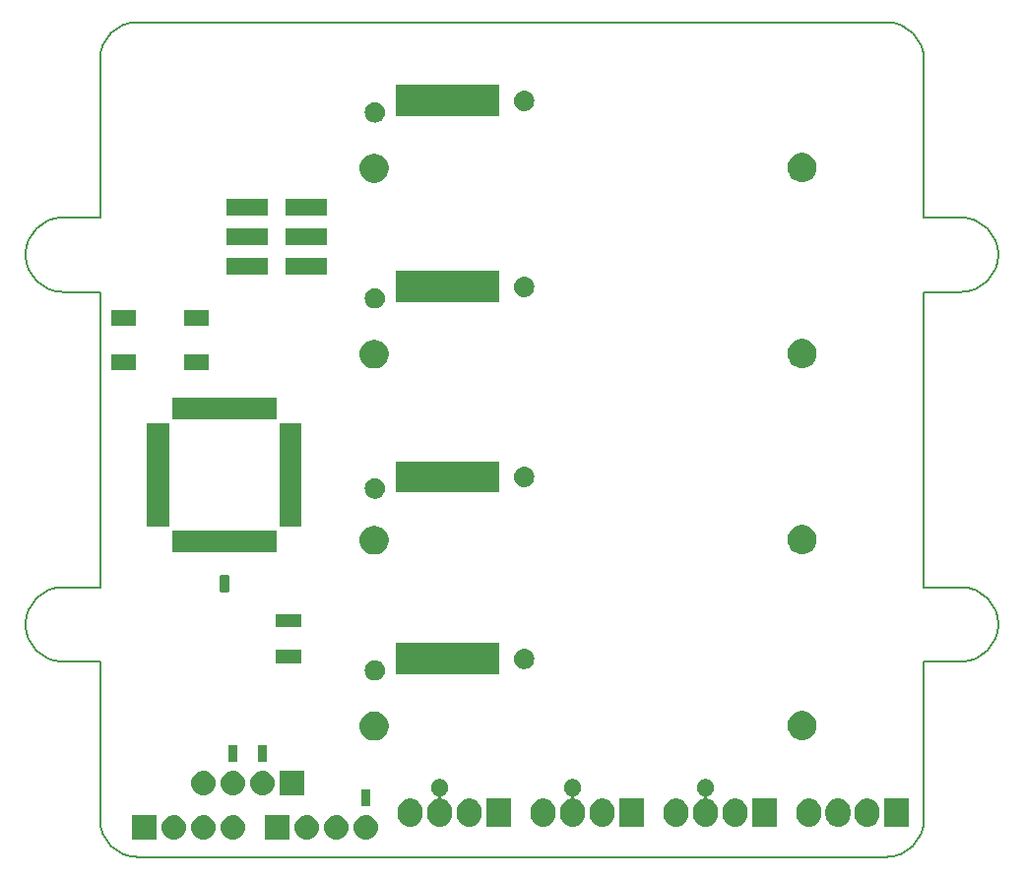
<source format=gbr>
%TF.GenerationSoftware,KiCad,Pcbnew,6.0.0-rc1-unknown-ee465fb~66~ubuntu18.04.1*%
%TF.CreationDate,2018-10-03T14:05:45-06:00*%
%TF.ProjectId,thelio-io,7468656C696F2D696F2E6B696361645F,rev?*%
%TF.SameCoordinates,Original*%
%TF.FileFunction,Soldermask,Bot*%
%TF.FilePolarity,Negative*%
%FSLAX46Y46*%
G04 Gerber Fmt 4.6, Leading zero omitted, Abs format (unit mm)*
G04 Created by KiCad (PCBNEW 6.0.0-rc1-unknown-ee465fb~66~ubuntu18.04.1) date Wed Oct  3 14:05:45 2018*
%MOMM*%
%LPD*%
G01*
G04 APERTURE LIST*
%ADD10C,0.200000*%
%ADD11C,0.150000*%
%ADD12C,0.350000*%
G04 APERTURE END LIST*
D10*
X70850000Y-55000000D02*
X74050000Y-55000000D01*
X74050000Y-48600000D02*
G75*
G02X77250000Y-51800000I0J-3200000D01*
G01*
X70850000Y-48600000D02*
X74050000Y-48600000D01*
X77250000Y-51800000D02*
G75*
G02X74050000Y-55000000I-3200000J0D01*
G01*
X74050000Y-16800000D02*
G75*
G02X77250000Y-20000000I0J-3200000D01*
G01*
X70850000Y-23200000D02*
X74050000Y-23200000D01*
X77250000Y-20000000D02*
G75*
G02X74050000Y-23200000I-3200000J0D01*
G01*
X70850000Y-16800000D02*
X74050000Y-16800000D01*
X-3200000Y-55000000D02*
G75*
G02X-6400000Y-51800000I0J3200000D01*
G01*
X0Y-48600000D02*
X-3200000Y-48600000D01*
X-6400000Y-51800000D02*
G75*
G02X-3200000Y-48600000I3200000J0D01*
G01*
X0Y-55000000D02*
X-3200000Y-55000000D01*
X0Y-16800000D02*
X-3200000Y-16800000D01*
X0Y-55000000D02*
X0Y-68600000D01*
X0Y-16800000D02*
X0Y-3200000D01*
X-3200000Y-23200000D02*
G75*
G02X-6400000Y-20000000I0J3200000D01*
G01*
X0Y-23200000D02*
X-3200000Y-23200000D01*
X-6400000Y-20000000D02*
G75*
G02X-3200000Y-16800000I3200000J0D01*
G01*
X0Y-23200000D02*
X0Y-48600000D01*
X70850000Y-48600000D02*
X70850000Y-23200000D01*
X70850000Y-55000000D02*
X70850000Y-68600000D01*
X70850000Y-16800000D02*
X70850000Y-3200000D01*
D11*
X70850000Y-68600000D02*
G75*
G02X67650000Y-71800000I-3200000J0D01*
G01*
D10*
X3200000Y-71800000D02*
G75*
G02X0Y-68600000I0J3200000D01*
G01*
X67650000Y-71800000D02*
X3200000Y-71800000D01*
X0Y-3200000D02*
G75*
G02X3200000Y0I3200000J0D01*
G01*
X67650000Y0D02*
G75*
G02X70850000Y-3200000I0J-3200000D01*
G01*
X3200000Y0D02*
X67650000Y0D01*
D12*
G36*
X11558707Y-68217596D02*
X11635836Y-68225193D01*
X11767787Y-68265220D01*
X11833763Y-68285233D01*
X12016172Y-68382733D01*
X12176054Y-68513946D01*
X12307267Y-68673828D01*
X12404767Y-68856237D01*
X12404767Y-68856238D01*
X12464807Y-69054164D01*
X12485080Y-69260000D01*
X12464807Y-69465836D01*
X12424780Y-69597787D01*
X12404767Y-69663763D01*
X12307267Y-69846172D01*
X12176054Y-70006054D01*
X12016172Y-70137267D01*
X11833763Y-70234767D01*
X11767787Y-70254780D01*
X11635836Y-70294807D01*
X11558707Y-70302404D01*
X11481580Y-70310000D01*
X11378420Y-70310000D01*
X11301293Y-70302404D01*
X11224164Y-70294807D01*
X11092213Y-70254780D01*
X11026237Y-70234767D01*
X10843828Y-70137267D01*
X10683946Y-70006054D01*
X10552733Y-69846172D01*
X10455233Y-69663763D01*
X10435220Y-69597787D01*
X10395193Y-69465836D01*
X10374920Y-69260000D01*
X10395193Y-69054164D01*
X10455233Y-68856238D01*
X10455233Y-68856237D01*
X10552733Y-68673828D01*
X10683946Y-68513946D01*
X10843828Y-68382733D01*
X11026237Y-68285233D01*
X11092213Y-68265220D01*
X11224164Y-68225193D01*
X11301293Y-68217596D01*
X11378420Y-68210000D01*
X11481580Y-68210000D01*
X11558707Y-68217596D01*
X11558707Y-68217596D01*
G37*
G36*
X20448707Y-68217596D02*
X20525836Y-68225193D01*
X20657787Y-68265220D01*
X20723763Y-68285233D01*
X20906172Y-68382733D01*
X21066054Y-68513946D01*
X21197267Y-68673828D01*
X21294767Y-68856237D01*
X21294767Y-68856238D01*
X21354807Y-69054164D01*
X21375080Y-69260000D01*
X21354807Y-69465836D01*
X21314780Y-69597787D01*
X21294767Y-69663763D01*
X21197267Y-69846172D01*
X21066054Y-70006054D01*
X20906172Y-70137267D01*
X20723763Y-70234767D01*
X20657787Y-70254780D01*
X20525836Y-70294807D01*
X20448707Y-70302404D01*
X20371580Y-70310000D01*
X20268420Y-70310000D01*
X20191293Y-70302404D01*
X20114164Y-70294807D01*
X19982213Y-70254780D01*
X19916237Y-70234767D01*
X19733828Y-70137267D01*
X19573946Y-70006054D01*
X19442733Y-69846172D01*
X19345233Y-69663763D01*
X19325220Y-69597787D01*
X19285193Y-69465836D01*
X19264920Y-69260000D01*
X19285193Y-69054164D01*
X19345233Y-68856238D01*
X19345233Y-68856237D01*
X19442733Y-68673828D01*
X19573946Y-68513946D01*
X19733828Y-68382733D01*
X19916237Y-68285233D01*
X19982213Y-68265220D01*
X20114164Y-68225193D01*
X20191293Y-68217596D01*
X20268420Y-68210000D01*
X20371580Y-68210000D01*
X20448707Y-68217596D01*
X20448707Y-68217596D01*
G37*
G36*
X17908707Y-68217596D02*
X17985836Y-68225193D01*
X18117787Y-68265220D01*
X18183763Y-68285233D01*
X18366172Y-68382733D01*
X18526054Y-68513946D01*
X18657267Y-68673828D01*
X18754767Y-68856237D01*
X18754767Y-68856238D01*
X18814807Y-69054164D01*
X18835080Y-69260000D01*
X18814807Y-69465836D01*
X18774780Y-69597787D01*
X18754767Y-69663763D01*
X18657267Y-69846172D01*
X18526054Y-70006054D01*
X18366172Y-70137267D01*
X18183763Y-70234767D01*
X18117787Y-70254780D01*
X17985836Y-70294807D01*
X17908707Y-70302404D01*
X17831580Y-70310000D01*
X17728420Y-70310000D01*
X17651293Y-70302404D01*
X17574164Y-70294807D01*
X17442213Y-70254780D01*
X17376237Y-70234767D01*
X17193828Y-70137267D01*
X17033946Y-70006054D01*
X16902733Y-69846172D01*
X16805233Y-69663763D01*
X16785220Y-69597787D01*
X16745193Y-69465836D01*
X16724920Y-69260000D01*
X16745193Y-69054164D01*
X16805233Y-68856238D01*
X16805233Y-68856237D01*
X16902733Y-68673828D01*
X17033946Y-68513946D01*
X17193828Y-68382733D01*
X17376237Y-68285233D01*
X17442213Y-68265220D01*
X17574164Y-68225193D01*
X17651293Y-68217596D01*
X17728420Y-68210000D01*
X17831580Y-68210000D01*
X17908707Y-68217596D01*
X17908707Y-68217596D01*
G37*
G36*
X16290000Y-70310000D02*
X14190000Y-70310000D01*
X14190000Y-68210000D01*
X16290000Y-68210000D01*
X16290000Y-70310000D01*
X16290000Y-70310000D01*
G37*
G36*
X4860000Y-70310000D02*
X2760000Y-70310000D01*
X2760000Y-68210000D01*
X4860000Y-68210000D01*
X4860000Y-70310000D01*
X4860000Y-70310000D01*
G37*
G36*
X9018707Y-68217596D02*
X9095836Y-68225193D01*
X9227787Y-68265220D01*
X9293763Y-68285233D01*
X9476172Y-68382733D01*
X9636054Y-68513946D01*
X9767267Y-68673828D01*
X9864767Y-68856237D01*
X9864767Y-68856238D01*
X9924807Y-69054164D01*
X9945080Y-69260000D01*
X9924807Y-69465836D01*
X9884780Y-69597787D01*
X9864767Y-69663763D01*
X9767267Y-69846172D01*
X9636054Y-70006054D01*
X9476172Y-70137267D01*
X9293763Y-70234767D01*
X9227787Y-70254780D01*
X9095836Y-70294807D01*
X9018707Y-70302404D01*
X8941580Y-70310000D01*
X8838420Y-70310000D01*
X8761293Y-70302404D01*
X8684164Y-70294807D01*
X8552213Y-70254780D01*
X8486237Y-70234767D01*
X8303828Y-70137267D01*
X8143946Y-70006054D01*
X8012733Y-69846172D01*
X7915233Y-69663763D01*
X7895220Y-69597787D01*
X7855193Y-69465836D01*
X7834920Y-69260000D01*
X7855193Y-69054164D01*
X7915233Y-68856238D01*
X7915233Y-68856237D01*
X8012733Y-68673828D01*
X8143946Y-68513946D01*
X8303828Y-68382733D01*
X8486237Y-68285233D01*
X8552213Y-68265220D01*
X8684164Y-68225193D01*
X8761293Y-68217596D01*
X8838420Y-68210000D01*
X8941580Y-68210000D01*
X9018707Y-68217596D01*
X9018707Y-68217596D01*
G37*
G36*
X22988707Y-68217596D02*
X23065836Y-68225193D01*
X23197787Y-68265220D01*
X23263763Y-68285233D01*
X23446172Y-68382733D01*
X23606054Y-68513946D01*
X23737267Y-68673828D01*
X23834767Y-68856237D01*
X23834767Y-68856238D01*
X23894807Y-69054164D01*
X23915080Y-69260000D01*
X23894807Y-69465836D01*
X23854780Y-69597787D01*
X23834767Y-69663763D01*
X23737267Y-69846172D01*
X23606054Y-70006054D01*
X23446172Y-70137267D01*
X23263763Y-70234767D01*
X23197787Y-70254780D01*
X23065836Y-70294807D01*
X22988707Y-70302404D01*
X22911580Y-70310000D01*
X22808420Y-70310000D01*
X22731293Y-70302404D01*
X22654164Y-70294807D01*
X22522213Y-70254780D01*
X22456237Y-70234767D01*
X22273828Y-70137267D01*
X22113946Y-70006054D01*
X21982733Y-69846172D01*
X21885233Y-69663763D01*
X21865220Y-69597787D01*
X21825193Y-69465836D01*
X21804920Y-69260000D01*
X21825193Y-69054164D01*
X21885233Y-68856238D01*
X21885233Y-68856237D01*
X21982733Y-68673828D01*
X22113946Y-68513946D01*
X22273828Y-68382733D01*
X22456237Y-68285233D01*
X22522213Y-68265220D01*
X22654164Y-68225193D01*
X22731293Y-68217596D01*
X22808420Y-68210000D01*
X22911580Y-68210000D01*
X22988707Y-68217596D01*
X22988707Y-68217596D01*
G37*
G36*
X6478707Y-68217596D02*
X6555836Y-68225193D01*
X6687787Y-68265220D01*
X6753763Y-68285233D01*
X6936172Y-68382733D01*
X7096054Y-68513946D01*
X7227267Y-68673828D01*
X7324767Y-68856237D01*
X7324767Y-68856238D01*
X7384807Y-69054164D01*
X7405080Y-69260000D01*
X7384807Y-69465836D01*
X7344780Y-69597787D01*
X7324767Y-69663763D01*
X7227267Y-69846172D01*
X7096054Y-70006054D01*
X6936172Y-70137267D01*
X6753763Y-70234767D01*
X6687787Y-70254780D01*
X6555836Y-70294807D01*
X6478707Y-70302404D01*
X6401580Y-70310000D01*
X6298420Y-70310000D01*
X6221293Y-70302404D01*
X6144164Y-70294807D01*
X6012213Y-70254780D01*
X5946237Y-70234767D01*
X5763828Y-70137267D01*
X5603946Y-70006054D01*
X5472733Y-69846172D01*
X5375233Y-69663763D01*
X5355220Y-69597787D01*
X5315193Y-69465836D01*
X5294920Y-69260000D01*
X5315193Y-69054164D01*
X5375233Y-68856238D01*
X5375233Y-68856237D01*
X5472733Y-68673828D01*
X5603946Y-68513946D01*
X5763828Y-68382733D01*
X5946237Y-68285233D01*
X6012213Y-68265220D01*
X6144164Y-68225193D01*
X6221293Y-68217596D01*
X6298420Y-68210000D01*
X6401580Y-68210000D01*
X6478707Y-68217596D01*
X6478707Y-68217596D01*
G37*
G36*
X49704419Y-66787026D02*
X49738777Y-66790410D01*
X49856617Y-66826157D01*
X49939529Y-66851308D01*
X50124545Y-66950200D01*
X50286712Y-67083288D01*
X50419800Y-67245455D01*
X50518692Y-67430470D01*
X50529702Y-67466765D01*
X50579590Y-67631222D01*
X50579590Y-67631224D01*
X50595000Y-67787682D01*
X50595000Y-68192317D01*
X50593258Y-68210000D01*
X50579590Y-68348777D01*
X50569289Y-68382733D01*
X50518692Y-68549529D01*
X50419800Y-68734545D01*
X50286712Y-68896712D01*
X50124545Y-69029800D01*
X49939530Y-69128692D01*
X49872612Y-69148991D01*
X49738778Y-69189590D01*
X49704420Y-69192974D01*
X49530000Y-69210153D01*
X49355581Y-69192974D01*
X49321223Y-69189590D01*
X49187389Y-69148991D01*
X49120471Y-69128692D01*
X48935456Y-69029800D01*
X48773289Y-68896712D01*
X48640200Y-68734545D01*
X48541308Y-68549530D01*
X48504769Y-68429078D01*
X48480410Y-68348778D01*
X48476558Y-68309662D01*
X48465000Y-68192318D01*
X48465000Y-67787683D01*
X48480410Y-67631225D01*
X48480410Y-67631223D01*
X48530483Y-67466157D01*
X48541308Y-67430471D01*
X48640200Y-67245455D01*
X48773288Y-67083288D01*
X48935455Y-66950200D01*
X49120470Y-66851308D01*
X49203382Y-66826157D01*
X49321222Y-66790410D01*
X49355580Y-66787026D01*
X49530000Y-66769847D01*
X49704419Y-66787026D01*
X49704419Y-66787026D01*
G37*
G36*
X61134419Y-66787026D02*
X61168777Y-66790410D01*
X61286617Y-66826157D01*
X61369529Y-66851308D01*
X61554545Y-66950200D01*
X61716712Y-67083288D01*
X61849800Y-67245455D01*
X61948692Y-67430470D01*
X61959702Y-67466765D01*
X62009590Y-67631222D01*
X62009590Y-67631224D01*
X62025000Y-67787682D01*
X62025000Y-68192317D01*
X62023258Y-68210000D01*
X62009590Y-68348777D01*
X61999289Y-68382733D01*
X61948692Y-68549529D01*
X61849800Y-68734545D01*
X61716712Y-68896712D01*
X61554545Y-69029800D01*
X61369530Y-69128692D01*
X61302612Y-69148991D01*
X61168778Y-69189590D01*
X61134420Y-69192974D01*
X60960000Y-69210153D01*
X60785581Y-69192974D01*
X60751223Y-69189590D01*
X60617389Y-69148991D01*
X60550471Y-69128692D01*
X60365456Y-69029800D01*
X60203289Y-68896712D01*
X60070200Y-68734545D01*
X59971308Y-68549530D01*
X59934769Y-68429078D01*
X59910410Y-68348778D01*
X59906558Y-68309662D01*
X59895000Y-68192318D01*
X59895000Y-67787683D01*
X59910410Y-67631225D01*
X59910410Y-67631223D01*
X59960483Y-67466157D01*
X59971308Y-67430471D01*
X60070200Y-67245455D01*
X60203288Y-67083288D01*
X60365455Y-66950200D01*
X60550470Y-66851308D01*
X60633382Y-66826157D01*
X60751222Y-66790410D01*
X60785580Y-66787026D01*
X60960000Y-66769847D01*
X61134419Y-66787026D01*
X61134419Y-66787026D01*
G37*
G36*
X66134419Y-66787026D02*
X66168777Y-66790410D01*
X66286617Y-66826157D01*
X66369529Y-66851308D01*
X66554545Y-66950200D01*
X66716712Y-67083288D01*
X66849800Y-67245455D01*
X66948692Y-67430470D01*
X66959702Y-67466765D01*
X67009590Y-67631222D01*
X67009590Y-67631224D01*
X67025000Y-67787682D01*
X67025000Y-68192317D01*
X67023258Y-68210000D01*
X67009590Y-68348777D01*
X66999289Y-68382733D01*
X66948692Y-68549529D01*
X66849800Y-68734545D01*
X66716712Y-68896712D01*
X66554545Y-69029800D01*
X66369530Y-69128692D01*
X66302612Y-69148991D01*
X66168778Y-69189590D01*
X66134420Y-69192974D01*
X65960000Y-69210153D01*
X65785581Y-69192974D01*
X65751223Y-69189590D01*
X65617389Y-69148991D01*
X65550471Y-69128692D01*
X65365456Y-69029800D01*
X65203289Y-68896712D01*
X65070200Y-68734545D01*
X64971308Y-68549530D01*
X64934769Y-68429078D01*
X64910410Y-68348778D01*
X64906558Y-68309662D01*
X64895000Y-68192318D01*
X64895000Y-67787683D01*
X64910410Y-67631225D01*
X64910410Y-67631223D01*
X64960483Y-67466157D01*
X64971308Y-67430471D01*
X65070200Y-67245455D01*
X65203288Y-67083288D01*
X65365455Y-66950200D01*
X65550470Y-66851308D01*
X65633382Y-66826157D01*
X65751222Y-66790410D01*
X65785580Y-66787026D01*
X65960000Y-66769847D01*
X66134419Y-66787026D01*
X66134419Y-66787026D01*
G37*
G36*
X63634419Y-66787026D02*
X63668777Y-66790410D01*
X63786617Y-66826157D01*
X63869529Y-66851308D01*
X64054545Y-66950200D01*
X64216712Y-67083288D01*
X64349800Y-67245455D01*
X64448692Y-67430470D01*
X64459702Y-67466765D01*
X64509590Y-67631222D01*
X64509590Y-67631224D01*
X64525000Y-67787682D01*
X64525000Y-68192317D01*
X64523258Y-68210000D01*
X64509590Y-68348777D01*
X64499289Y-68382733D01*
X64448692Y-68549529D01*
X64349800Y-68734545D01*
X64216712Y-68896712D01*
X64054545Y-69029800D01*
X63869530Y-69128692D01*
X63802612Y-69148991D01*
X63668778Y-69189590D01*
X63634420Y-69192974D01*
X63460000Y-69210153D01*
X63285581Y-69192974D01*
X63251223Y-69189590D01*
X63117389Y-69148991D01*
X63050471Y-69128692D01*
X62865456Y-69029800D01*
X62703289Y-68896712D01*
X62570200Y-68734545D01*
X62471308Y-68549530D01*
X62434769Y-68429078D01*
X62410410Y-68348778D01*
X62406558Y-68309662D01*
X62395000Y-68192318D01*
X62395000Y-67787683D01*
X62410410Y-67631225D01*
X62410410Y-67631223D01*
X62460483Y-67466157D01*
X62471308Y-67430471D01*
X62570200Y-67245455D01*
X62703288Y-67083288D01*
X62865455Y-66950200D01*
X63050470Y-66851308D01*
X63133382Y-66826157D01*
X63251222Y-66790410D01*
X63285580Y-66787026D01*
X63460000Y-66769847D01*
X63634419Y-66787026D01*
X63634419Y-66787026D01*
G37*
G36*
X38274419Y-66787026D02*
X38308777Y-66790410D01*
X38426617Y-66826157D01*
X38509529Y-66851308D01*
X38694545Y-66950200D01*
X38856712Y-67083288D01*
X38989800Y-67245455D01*
X39088692Y-67430470D01*
X39099702Y-67466765D01*
X39149590Y-67631222D01*
X39149590Y-67631224D01*
X39165000Y-67787682D01*
X39165000Y-68192317D01*
X39163258Y-68210000D01*
X39149590Y-68348777D01*
X39139289Y-68382733D01*
X39088692Y-68549529D01*
X38989800Y-68734545D01*
X38856712Y-68896712D01*
X38694545Y-69029800D01*
X38509530Y-69128692D01*
X38442612Y-69148991D01*
X38308778Y-69189590D01*
X38274420Y-69192974D01*
X38100000Y-69210153D01*
X37925581Y-69192974D01*
X37891223Y-69189590D01*
X37757389Y-69148991D01*
X37690471Y-69128692D01*
X37505456Y-69029800D01*
X37343289Y-68896712D01*
X37210200Y-68734545D01*
X37111308Y-68549530D01*
X37074769Y-68429078D01*
X37050410Y-68348778D01*
X37046558Y-68309662D01*
X37035000Y-68192318D01*
X37035000Y-67787683D01*
X37050410Y-67631225D01*
X37050410Y-67631223D01*
X37100483Y-67466157D01*
X37111308Y-67430471D01*
X37210200Y-67245455D01*
X37343288Y-67083288D01*
X37505455Y-66950200D01*
X37690470Y-66851308D01*
X37773382Y-66826157D01*
X37891222Y-66790410D01*
X37925580Y-66787026D01*
X38100000Y-66769847D01*
X38274419Y-66787026D01*
X38274419Y-66787026D01*
G37*
G36*
X40786318Y-65094411D02*
X40858767Y-65108822D01*
X40915303Y-65132240D01*
X40995257Y-65165358D01*
X41118100Y-65247439D01*
X41222561Y-65351900D01*
X41304642Y-65474743D01*
X41337760Y-65554697D01*
X41361178Y-65611233D01*
X41390000Y-65756131D01*
X41390000Y-65903869D01*
X41361178Y-66048767D01*
X41342664Y-66093463D01*
X41304642Y-66185257D01*
X41222561Y-66308100D01*
X41118100Y-66412561D01*
X40995257Y-66494642D01*
X40902459Y-66533080D01*
X40858767Y-66551178D01*
X40858766Y-66551178D01*
X40852091Y-66553943D01*
X40842414Y-66556878D01*
X40820802Y-66568429D01*
X40801860Y-66583974D01*
X40786314Y-66602915D01*
X40774762Y-66624526D01*
X40767648Y-66647974D01*
X40765245Y-66672361D01*
X40767646Y-66696747D01*
X40774758Y-66720196D01*
X40786309Y-66741808D01*
X40801854Y-66760750D01*
X40820795Y-66776296D01*
X40842406Y-66787848D01*
X40853959Y-66791982D01*
X40966617Y-66826157D01*
X41049529Y-66851308D01*
X41234545Y-66950200D01*
X41396712Y-67083288D01*
X41529800Y-67245455D01*
X41628692Y-67430470D01*
X41639702Y-67466765D01*
X41689590Y-67631222D01*
X41689590Y-67631224D01*
X41705000Y-67787682D01*
X41705000Y-68192317D01*
X41703258Y-68210000D01*
X41689590Y-68348777D01*
X41679289Y-68382733D01*
X41628692Y-68549529D01*
X41529800Y-68734545D01*
X41396712Y-68896712D01*
X41234545Y-69029800D01*
X41049530Y-69128692D01*
X40982612Y-69148991D01*
X40848778Y-69189590D01*
X40814420Y-69192974D01*
X40640000Y-69210153D01*
X40465581Y-69192974D01*
X40431223Y-69189590D01*
X40297389Y-69148991D01*
X40230471Y-69128692D01*
X40045456Y-69029800D01*
X39883289Y-68896712D01*
X39750200Y-68734545D01*
X39651308Y-68549530D01*
X39614769Y-68429078D01*
X39590410Y-68348778D01*
X39586558Y-68309662D01*
X39575000Y-68192318D01*
X39575000Y-67787683D01*
X39590410Y-67631225D01*
X39590410Y-67631223D01*
X39640483Y-67466157D01*
X39651308Y-67430471D01*
X39750200Y-67245455D01*
X39883288Y-67083288D01*
X40045455Y-66950200D01*
X40230470Y-66851308D01*
X40366644Y-66810000D01*
X40426041Y-66791982D01*
X40448680Y-66782605D01*
X40469054Y-66768991D01*
X40486382Y-66751664D01*
X40499995Y-66731289D01*
X40509373Y-66708650D01*
X40514153Y-66684617D01*
X40514153Y-66660112D01*
X40509372Y-66636079D01*
X40499995Y-66613440D01*
X40486381Y-66593066D01*
X40469054Y-66575738D01*
X40448679Y-66562125D01*
X40426040Y-66552747D01*
X40423464Y-66552102D01*
X40284743Y-66494642D01*
X40161900Y-66412561D01*
X40057439Y-66308100D01*
X39975358Y-66185257D01*
X39937336Y-66093463D01*
X39918822Y-66048767D01*
X39890000Y-65903869D01*
X39890000Y-65756131D01*
X39918822Y-65611233D01*
X39942240Y-65554697D01*
X39975358Y-65474743D01*
X40057439Y-65351900D01*
X40161900Y-65247439D01*
X40284743Y-65165358D01*
X40364697Y-65132240D01*
X40421233Y-65108822D01*
X40493682Y-65094411D01*
X40566130Y-65080000D01*
X40713870Y-65080000D01*
X40786318Y-65094411D01*
X40786318Y-65094411D01*
G37*
G36*
X43354419Y-66787026D02*
X43388777Y-66790410D01*
X43506617Y-66826157D01*
X43589529Y-66851308D01*
X43774545Y-66950200D01*
X43936712Y-67083288D01*
X44069800Y-67245455D01*
X44168692Y-67430470D01*
X44179702Y-67466765D01*
X44229590Y-67631222D01*
X44229590Y-67631224D01*
X44245000Y-67787682D01*
X44245000Y-68192317D01*
X44243258Y-68210000D01*
X44229590Y-68348777D01*
X44219289Y-68382733D01*
X44168692Y-68549529D01*
X44069800Y-68734545D01*
X43936712Y-68896712D01*
X43774545Y-69029800D01*
X43589530Y-69128692D01*
X43522612Y-69148991D01*
X43388778Y-69189590D01*
X43354420Y-69192974D01*
X43180000Y-69210153D01*
X43005581Y-69192974D01*
X42971223Y-69189590D01*
X42837389Y-69148991D01*
X42770471Y-69128692D01*
X42585456Y-69029800D01*
X42423289Y-68896712D01*
X42290200Y-68734545D01*
X42191308Y-68549530D01*
X42154769Y-68429078D01*
X42130410Y-68348778D01*
X42126558Y-68309662D01*
X42115000Y-68192318D01*
X42115000Y-67787683D01*
X42130410Y-67631225D01*
X42130410Y-67631223D01*
X42180483Y-67466157D01*
X42191308Y-67430471D01*
X42290200Y-67245455D01*
X42423288Y-67083288D01*
X42585455Y-66950200D01*
X42770470Y-66851308D01*
X42853382Y-66826157D01*
X42971222Y-66790410D01*
X43005580Y-66787026D01*
X43180000Y-66769847D01*
X43354419Y-66787026D01*
X43354419Y-66787026D01*
G37*
G36*
X26844419Y-66787026D02*
X26878777Y-66790410D01*
X26996617Y-66826157D01*
X27079529Y-66851308D01*
X27264545Y-66950200D01*
X27426712Y-67083288D01*
X27559800Y-67245455D01*
X27658692Y-67430470D01*
X27669702Y-67466765D01*
X27719590Y-67631222D01*
X27719590Y-67631224D01*
X27735000Y-67787682D01*
X27735000Y-68192317D01*
X27733258Y-68210000D01*
X27719590Y-68348777D01*
X27709289Y-68382733D01*
X27658692Y-68549529D01*
X27559800Y-68734545D01*
X27426712Y-68896712D01*
X27264545Y-69029800D01*
X27079530Y-69128692D01*
X27012612Y-69148991D01*
X26878778Y-69189590D01*
X26844420Y-69192974D01*
X26670000Y-69210153D01*
X26495581Y-69192974D01*
X26461223Y-69189590D01*
X26327389Y-69148991D01*
X26260471Y-69128692D01*
X26075456Y-69029800D01*
X25913289Y-68896712D01*
X25780200Y-68734545D01*
X25681308Y-68549530D01*
X25644769Y-68429078D01*
X25620410Y-68348778D01*
X25616558Y-68309662D01*
X25605000Y-68192318D01*
X25605000Y-67787683D01*
X25620410Y-67631225D01*
X25620410Y-67631223D01*
X25670483Y-67466157D01*
X25681308Y-67430471D01*
X25780200Y-67245455D01*
X25913288Y-67083288D01*
X26075455Y-66950200D01*
X26260470Y-66851308D01*
X26343382Y-66826157D01*
X26461222Y-66790410D01*
X26495580Y-66787026D01*
X26670000Y-66769847D01*
X26844419Y-66787026D01*
X26844419Y-66787026D01*
G37*
G36*
X29356318Y-65094411D02*
X29428767Y-65108822D01*
X29485303Y-65132240D01*
X29565257Y-65165358D01*
X29688100Y-65247439D01*
X29792561Y-65351900D01*
X29874642Y-65474743D01*
X29907760Y-65554697D01*
X29931178Y-65611233D01*
X29960000Y-65756131D01*
X29960000Y-65903869D01*
X29931178Y-66048767D01*
X29912664Y-66093463D01*
X29874642Y-66185257D01*
X29792561Y-66308100D01*
X29688100Y-66412561D01*
X29565257Y-66494642D01*
X29472459Y-66533080D01*
X29428767Y-66551178D01*
X29428766Y-66551178D01*
X29422091Y-66553943D01*
X29412414Y-66556878D01*
X29390802Y-66568429D01*
X29371860Y-66583974D01*
X29356314Y-66602915D01*
X29344762Y-66624526D01*
X29337648Y-66647974D01*
X29335245Y-66672361D01*
X29337646Y-66696747D01*
X29344758Y-66720196D01*
X29356309Y-66741808D01*
X29371854Y-66760750D01*
X29390795Y-66776296D01*
X29412406Y-66787848D01*
X29423959Y-66791982D01*
X29536617Y-66826157D01*
X29619529Y-66851308D01*
X29804545Y-66950200D01*
X29966712Y-67083288D01*
X30099800Y-67245455D01*
X30198692Y-67430470D01*
X30209702Y-67466765D01*
X30259590Y-67631222D01*
X30259590Y-67631224D01*
X30275000Y-67787682D01*
X30275000Y-68192317D01*
X30273258Y-68210000D01*
X30259590Y-68348777D01*
X30249289Y-68382733D01*
X30198692Y-68549529D01*
X30099800Y-68734545D01*
X29966712Y-68896712D01*
X29804545Y-69029800D01*
X29619530Y-69128692D01*
X29552612Y-69148991D01*
X29418778Y-69189590D01*
X29384420Y-69192974D01*
X29210000Y-69210153D01*
X29035581Y-69192974D01*
X29001223Y-69189590D01*
X28867389Y-69148991D01*
X28800471Y-69128692D01*
X28615456Y-69029800D01*
X28453289Y-68896712D01*
X28320200Y-68734545D01*
X28221308Y-68549530D01*
X28184769Y-68429078D01*
X28160410Y-68348778D01*
X28156558Y-68309662D01*
X28145000Y-68192318D01*
X28145000Y-67787683D01*
X28160410Y-67631225D01*
X28160410Y-67631223D01*
X28210483Y-67466157D01*
X28221308Y-67430471D01*
X28320200Y-67245455D01*
X28453288Y-67083288D01*
X28615455Y-66950200D01*
X28800470Y-66851308D01*
X28936644Y-66810000D01*
X28996041Y-66791982D01*
X29018680Y-66782605D01*
X29039054Y-66768991D01*
X29056382Y-66751664D01*
X29069995Y-66731289D01*
X29079373Y-66708650D01*
X29084153Y-66684617D01*
X29084153Y-66660112D01*
X29079372Y-66636079D01*
X29069995Y-66613440D01*
X29056381Y-66593066D01*
X29039054Y-66575738D01*
X29018679Y-66562125D01*
X28996040Y-66552747D01*
X28993464Y-66552102D01*
X28854743Y-66494642D01*
X28731900Y-66412561D01*
X28627439Y-66308100D01*
X28545358Y-66185257D01*
X28507336Y-66093463D01*
X28488822Y-66048767D01*
X28460000Y-65903869D01*
X28460000Y-65756131D01*
X28488822Y-65611233D01*
X28512240Y-65554697D01*
X28545358Y-65474743D01*
X28627439Y-65351900D01*
X28731900Y-65247439D01*
X28854743Y-65165358D01*
X28934697Y-65132240D01*
X28991233Y-65108822D01*
X29063682Y-65094411D01*
X29136130Y-65080000D01*
X29283870Y-65080000D01*
X29356318Y-65094411D01*
X29356318Y-65094411D01*
G37*
G36*
X31924419Y-66787026D02*
X31958777Y-66790410D01*
X32076617Y-66826157D01*
X32159529Y-66851308D01*
X32344545Y-66950200D01*
X32506712Y-67083288D01*
X32639800Y-67245455D01*
X32738692Y-67430470D01*
X32749702Y-67466765D01*
X32799590Y-67631222D01*
X32799590Y-67631224D01*
X32815000Y-67787682D01*
X32815000Y-68192317D01*
X32813258Y-68210000D01*
X32799590Y-68348777D01*
X32789289Y-68382733D01*
X32738692Y-68549529D01*
X32639800Y-68734545D01*
X32506712Y-68896712D01*
X32344545Y-69029800D01*
X32159530Y-69128692D01*
X32092612Y-69148991D01*
X31958778Y-69189590D01*
X31924420Y-69192974D01*
X31750000Y-69210153D01*
X31575581Y-69192974D01*
X31541223Y-69189590D01*
X31407389Y-69148991D01*
X31340471Y-69128692D01*
X31155456Y-69029800D01*
X30993289Y-68896712D01*
X30860200Y-68734545D01*
X30761308Y-68549530D01*
X30724769Y-68429078D01*
X30700410Y-68348778D01*
X30696558Y-68309662D01*
X30685000Y-68192318D01*
X30685000Y-67787683D01*
X30700410Y-67631225D01*
X30700410Y-67631223D01*
X30750483Y-67466157D01*
X30761308Y-67430471D01*
X30860200Y-67245455D01*
X30993288Y-67083288D01*
X31155455Y-66950200D01*
X31340470Y-66851308D01*
X31423382Y-66826157D01*
X31541222Y-66790410D01*
X31575580Y-66787026D01*
X31750000Y-66769847D01*
X31924419Y-66787026D01*
X31924419Y-66787026D01*
G37*
G36*
X52216318Y-65094411D02*
X52288767Y-65108822D01*
X52345303Y-65132240D01*
X52425257Y-65165358D01*
X52548100Y-65247439D01*
X52652561Y-65351900D01*
X52734642Y-65474743D01*
X52767760Y-65554697D01*
X52791178Y-65611233D01*
X52820000Y-65756131D01*
X52820000Y-65903869D01*
X52791178Y-66048767D01*
X52772664Y-66093463D01*
X52734642Y-66185257D01*
X52652561Y-66308100D01*
X52548100Y-66412561D01*
X52425257Y-66494642D01*
X52332459Y-66533080D01*
X52288767Y-66551178D01*
X52288766Y-66551178D01*
X52282091Y-66553943D01*
X52272414Y-66556878D01*
X52250802Y-66568429D01*
X52231860Y-66583974D01*
X52216314Y-66602915D01*
X52204762Y-66624526D01*
X52197648Y-66647974D01*
X52195245Y-66672361D01*
X52197646Y-66696747D01*
X52204758Y-66720196D01*
X52216309Y-66741808D01*
X52231854Y-66760750D01*
X52250795Y-66776296D01*
X52272406Y-66787848D01*
X52283959Y-66791982D01*
X52396617Y-66826157D01*
X52479529Y-66851308D01*
X52664545Y-66950200D01*
X52826712Y-67083288D01*
X52959800Y-67245455D01*
X53058692Y-67430470D01*
X53069702Y-67466765D01*
X53119590Y-67631222D01*
X53119590Y-67631224D01*
X53135000Y-67787682D01*
X53135000Y-68192317D01*
X53133258Y-68210000D01*
X53119590Y-68348777D01*
X53109289Y-68382733D01*
X53058692Y-68549529D01*
X52959800Y-68734545D01*
X52826712Y-68896712D01*
X52664545Y-69029800D01*
X52479530Y-69128692D01*
X52412612Y-69148991D01*
X52278778Y-69189590D01*
X52244420Y-69192974D01*
X52070000Y-69210153D01*
X51895581Y-69192974D01*
X51861223Y-69189590D01*
X51727389Y-69148991D01*
X51660471Y-69128692D01*
X51475456Y-69029800D01*
X51313289Y-68896712D01*
X51180200Y-68734545D01*
X51081308Y-68549530D01*
X51044769Y-68429078D01*
X51020410Y-68348778D01*
X51016558Y-68309662D01*
X51005000Y-68192318D01*
X51005000Y-67787683D01*
X51020410Y-67631225D01*
X51020410Y-67631223D01*
X51070483Y-67466157D01*
X51081308Y-67430471D01*
X51180200Y-67245455D01*
X51313288Y-67083288D01*
X51475455Y-66950200D01*
X51660470Y-66851308D01*
X51796644Y-66810000D01*
X51856041Y-66791982D01*
X51878680Y-66782605D01*
X51899054Y-66768991D01*
X51916382Y-66751664D01*
X51929995Y-66731289D01*
X51939373Y-66708650D01*
X51944153Y-66684617D01*
X51944153Y-66660112D01*
X51939372Y-66636079D01*
X51929995Y-66613440D01*
X51916381Y-66593066D01*
X51899054Y-66575738D01*
X51878679Y-66562125D01*
X51856040Y-66552747D01*
X51853464Y-66552102D01*
X51714743Y-66494642D01*
X51591900Y-66412561D01*
X51487439Y-66308100D01*
X51405358Y-66185257D01*
X51367336Y-66093463D01*
X51348822Y-66048767D01*
X51320000Y-65903869D01*
X51320000Y-65756131D01*
X51348822Y-65611233D01*
X51372240Y-65554697D01*
X51405358Y-65474743D01*
X51487439Y-65351900D01*
X51591900Y-65247439D01*
X51714743Y-65165358D01*
X51794697Y-65132240D01*
X51851233Y-65108822D01*
X51923682Y-65094411D01*
X51996130Y-65080000D01*
X52143870Y-65080000D01*
X52216318Y-65094411D01*
X52216318Y-65094411D01*
G37*
G36*
X54784419Y-66787026D02*
X54818777Y-66790410D01*
X54936617Y-66826157D01*
X55019529Y-66851308D01*
X55204545Y-66950200D01*
X55366712Y-67083288D01*
X55499800Y-67245455D01*
X55598692Y-67430470D01*
X55609702Y-67466765D01*
X55659590Y-67631222D01*
X55659590Y-67631224D01*
X55675000Y-67787682D01*
X55675000Y-68192317D01*
X55673258Y-68210000D01*
X55659590Y-68348777D01*
X55649289Y-68382733D01*
X55598692Y-68549529D01*
X55499800Y-68734545D01*
X55366712Y-68896712D01*
X55204545Y-69029800D01*
X55019530Y-69128692D01*
X54952612Y-69148991D01*
X54818778Y-69189590D01*
X54784420Y-69192974D01*
X54610000Y-69210153D01*
X54435581Y-69192974D01*
X54401223Y-69189590D01*
X54267389Y-69148991D01*
X54200471Y-69128692D01*
X54015456Y-69029800D01*
X53853289Y-68896712D01*
X53720200Y-68734545D01*
X53621308Y-68549530D01*
X53584769Y-68429078D01*
X53560410Y-68348778D01*
X53556558Y-68309662D01*
X53545000Y-68192318D01*
X53545000Y-67787683D01*
X53560410Y-67631225D01*
X53560410Y-67631223D01*
X53610483Y-67466157D01*
X53621308Y-67430471D01*
X53720200Y-67245455D01*
X53853288Y-67083288D01*
X54015455Y-66950200D01*
X54200470Y-66851308D01*
X54283382Y-66826157D01*
X54401222Y-66790410D01*
X54435580Y-66787026D01*
X54610000Y-66769847D01*
X54784419Y-66787026D01*
X54784419Y-66787026D01*
G37*
G36*
X35355000Y-69205000D02*
X33225000Y-69205000D01*
X33225000Y-66775000D01*
X35355000Y-66775000D01*
X35355000Y-69205000D01*
X35355000Y-69205000D01*
G37*
G36*
X58215000Y-69205000D02*
X56085000Y-69205000D01*
X56085000Y-66775000D01*
X58215000Y-66775000D01*
X58215000Y-69205000D01*
X58215000Y-69205000D01*
G37*
G36*
X46785000Y-69205000D02*
X44655000Y-69205000D01*
X44655000Y-66775000D01*
X46785000Y-66775000D01*
X46785000Y-69205000D01*
X46785000Y-69205000D01*
G37*
G36*
X69525000Y-69205000D02*
X67395000Y-69205000D01*
X67395000Y-66775000D01*
X69525000Y-66775000D01*
X69525000Y-69205000D01*
X69525000Y-69205000D01*
G37*
G36*
X23149208Y-65973235D02*
X23174886Y-65981025D01*
X23198557Y-65993677D01*
X23219300Y-66010700D01*
X23236323Y-66031443D01*
X23248975Y-66055114D01*
X23256765Y-66080792D01*
X23260000Y-66113641D01*
X23260000Y-66686357D01*
X23257893Y-66707746D01*
X23257893Y-66732254D01*
X23260000Y-66753643D01*
X23260000Y-67326359D01*
X23256765Y-67359208D01*
X23248975Y-67384886D01*
X23236323Y-67408557D01*
X23219300Y-67429300D01*
X23198557Y-67446323D01*
X23174886Y-67458975D01*
X23149208Y-67466765D01*
X23116359Y-67470000D01*
X22603641Y-67470000D01*
X22570792Y-67466765D01*
X22545114Y-67458975D01*
X22521443Y-67446323D01*
X22500700Y-67429300D01*
X22483677Y-67408557D01*
X22471025Y-67384886D01*
X22463235Y-67359208D01*
X22460000Y-67326359D01*
X22460000Y-66753643D01*
X22462107Y-66732254D01*
X22462107Y-66707746D01*
X22460000Y-66686357D01*
X22460000Y-66113641D01*
X22463235Y-66080792D01*
X22471025Y-66055114D01*
X22483677Y-66031443D01*
X22500700Y-66010700D01*
X22521443Y-65993677D01*
X22545114Y-65981025D01*
X22570792Y-65973235D01*
X22603641Y-65970000D01*
X23116359Y-65970000D01*
X23149208Y-65973235D01*
X23149208Y-65973235D01*
G37*
G36*
X9018707Y-64407596D02*
X9095836Y-64415193D01*
X9227787Y-64455220D01*
X9293763Y-64475233D01*
X9476172Y-64572733D01*
X9636054Y-64703946D01*
X9767267Y-64863828D01*
X9864767Y-65046237D01*
X9864767Y-65046238D01*
X9924807Y-65244164D01*
X9945080Y-65450000D01*
X9924807Y-65655836D01*
X9894383Y-65756130D01*
X9864767Y-65853763D01*
X9767267Y-66036172D01*
X9636054Y-66196054D01*
X9476172Y-66327267D01*
X9293763Y-66424767D01*
X9227787Y-66444780D01*
X9095836Y-66484807D01*
X9018707Y-66492404D01*
X8941580Y-66500000D01*
X8838420Y-66500000D01*
X8761293Y-66492404D01*
X8684164Y-66484807D01*
X8552213Y-66444780D01*
X8486237Y-66424767D01*
X8303828Y-66327267D01*
X8143946Y-66196054D01*
X8012733Y-66036172D01*
X7915233Y-65853763D01*
X7885617Y-65756130D01*
X7855193Y-65655836D01*
X7834920Y-65450000D01*
X7855193Y-65244164D01*
X7915233Y-65046238D01*
X7915233Y-65046237D01*
X8012733Y-64863828D01*
X8143946Y-64703946D01*
X8303828Y-64572733D01*
X8486237Y-64475233D01*
X8552213Y-64455220D01*
X8684164Y-64415193D01*
X8761293Y-64407596D01*
X8838420Y-64400000D01*
X8941580Y-64400000D01*
X9018707Y-64407596D01*
X9018707Y-64407596D01*
G37*
G36*
X11558707Y-64407596D02*
X11635836Y-64415193D01*
X11767787Y-64455220D01*
X11833763Y-64475233D01*
X12016172Y-64572733D01*
X12176054Y-64703946D01*
X12307267Y-64863828D01*
X12404767Y-65046237D01*
X12404767Y-65046238D01*
X12464807Y-65244164D01*
X12485080Y-65450000D01*
X12464807Y-65655836D01*
X12434383Y-65756130D01*
X12404767Y-65853763D01*
X12307267Y-66036172D01*
X12176054Y-66196054D01*
X12016172Y-66327267D01*
X11833763Y-66424767D01*
X11767787Y-66444780D01*
X11635836Y-66484807D01*
X11558707Y-66492404D01*
X11481580Y-66500000D01*
X11378420Y-66500000D01*
X11301293Y-66492404D01*
X11224164Y-66484807D01*
X11092213Y-66444780D01*
X11026237Y-66424767D01*
X10843828Y-66327267D01*
X10683946Y-66196054D01*
X10552733Y-66036172D01*
X10455233Y-65853763D01*
X10425617Y-65756130D01*
X10395193Y-65655836D01*
X10374920Y-65450000D01*
X10395193Y-65244164D01*
X10455233Y-65046238D01*
X10455233Y-65046237D01*
X10552733Y-64863828D01*
X10683946Y-64703946D01*
X10843828Y-64572733D01*
X11026237Y-64475233D01*
X11092213Y-64455220D01*
X11224164Y-64415193D01*
X11301293Y-64407596D01*
X11378420Y-64400000D01*
X11481580Y-64400000D01*
X11558707Y-64407596D01*
X11558707Y-64407596D01*
G37*
G36*
X14098707Y-64407596D02*
X14175836Y-64415193D01*
X14307787Y-64455220D01*
X14373763Y-64475233D01*
X14556172Y-64572733D01*
X14716054Y-64703946D01*
X14847267Y-64863828D01*
X14944767Y-65046237D01*
X14944767Y-65046238D01*
X15004807Y-65244164D01*
X15025080Y-65450000D01*
X15004807Y-65655836D01*
X14974383Y-65756130D01*
X14944767Y-65853763D01*
X14847267Y-66036172D01*
X14716054Y-66196054D01*
X14556172Y-66327267D01*
X14373763Y-66424767D01*
X14307787Y-66444780D01*
X14175836Y-66484807D01*
X14098707Y-66492404D01*
X14021580Y-66500000D01*
X13918420Y-66500000D01*
X13841293Y-66492404D01*
X13764164Y-66484807D01*
X13632213Y-66444780D01*
X13566237Y-66424767D01*
X13383828Y-66327267D01*
X13223946Y-66196054D01*
X13092733Y-66036172D01*
X12995233Y-65853763D01*
X12965617Y-65756130D01*
X12935193Y-65655836D01*
X12914920Y-65450000D01*
X12935193Y-65244164D01*
X12995233Y-65046238D01*
X12995233Y-65046237D01*
X13092733Y-64863828D01*
X13223946Y-64703946D01*
X13383828Y-64572733D01*
X13566237Y-64475233D01*
X13632213Y-64455220D01*
X13764164Y-64415193D01*
X13841293Y-64407596D01*
X13918420Y-64400000D01*
X14021580Y-64400000D01*
X14098707Y-64407596D01*
X14098707Y-64407596D01*
G37*
G36*
X17560000Y-66500000D02*
X15460000Y-66500000D01*
X15460000Y-64400000D01*
X17560000Y-64400000D01*
X17560000Y-66500000D01*
X17560000Y-66500000D01*
G37*
G36*
X14259208Y-62163235D02*
X14284886Y-62171025D01*
X14308557Y-62183677D01*
X14329300Y-62200700D01*
X14346323Y-62221443D01*
X14358975Y-62245114D01*
X14366765Y-62270792D01*
X14370000Y-62303641D01*
X14370000Y-62876357D01*
X14367893Y-62897746D01*
X14367893Y-62922254D01*
X14370000Y-62943643D01*
X14370000Y-63516359D01*
X14366765Y-63549208D01*
X14358975Y-63574886D01*
X14346323Y-63598557D01*
X14329300Y-63619300D01*
X14308557Y-63636323D01*
X14284886Y-63648975D01*
X14259208Y-63656765D01*
X14226359Y-63660000D01*
X13713641Y-63660000D01*
X13680792Y-63656765D01*
X13655114Y-63648975D01*
X13631443Y-63636323D01*
X13610700Y-63619300D01*
X13593677Y-63598557D01*
X13581025Y-63574886D01*
X13573235Y-63549208D01*
X13570000Y-63516359D01*
X13570000Y-62943643D01*
X13572107Y-62922254D01*
X13572107Y-62897746D01*
X13570000Y-62876357D01*
X13570000Y-62303641D01*
X13573235Y-62270792D01*
X13581025Y-62245114D01*
X13593677Y-62221443D01*
X13610700Y-62200700D01*
X13631443Y-62183677D01*
X13655114Y-62171025D01*
X13680792Y-62163235D01*
X13713641Y-62160000D01*
X14226359Y-62160000D01*
X14259208Y-62163235D01*
X14259208Y-62163235D01*
G37*
G36*
X11719208Y-62163235D02*
X11744886Y-62171025D01*
X11768557Y-62183677D01*
X11789300Y-62200700D01*
X11806323Y-62221443D01*
X11818975Y-62245114D01*
X11826765Y-62270792D01*
X11830000Y-62303641D01*
X11830000Y-62876357D01*
X11827893Y-62897746D01*
X11827893Y-62922254D01*
X11830000Y-62943643D01*
X11830000Y-63516359D01*
X11826765Y-63549208D01*
X11818975Y-63574886D01*
X11806323Y-63598557D01*
X11789300Y-63619300D01*
X11768557Y-63636323D01*
X11744886Y-63648975D01*
X11719208Y-63656765D01*
X11686359Y-63660000D01*
X11173641Y-63660000D01*
X11140792Y-63656765D01*
X11115114Y-63648975D01*
X11091443Y-63636323D01*
X11070700Y-63619300D01*
X11053677Y-63598557D01*
X11041025Y-63574886D01*
X11033235Y-63549208D01*
X11030000Y-63516359D01*
X11030000Y-62943643D01*
X11032107Y-62922254D01*
X11032107Y-62897746D01*
X11030000Y-62876357D01*
X11030000Y-62303641D01*
X11033235Y-62270792D01*
X11041025Y-62245114D01*
X11053677Y-62221443D01*
X11070700Y-62200700D01*
X11091443Y-62183677D01*
X11115114Y-62171025D01*
X11140792Y-62163235D01*
X11173641Y-62160000D01*
X11686359Y-62160000D01*
X11719208Y-62163235D01*
X11719208Y-62163235D01*
G37*
G36*
X23939612Y-59348037D02*
X24167096Y-59442264D01*
X24371831Y-59579064D01*
X24545936Y-59753169D01*
X24682736Y-59957904D01*
X24776963Y-60185388D01*
X24825000Y-60426885D01*
X24825000Y-60673115D01*
X24776963Y-60914612D01*
X24682736Y-61142096D01*
X24545936Y-61346831D01*
X24371831Y-61520936D01*
X24167096Y-61657736D01*
X23939612Y-61751963D01*
X23698115Y-61800000D01*
X23451885Y-61800000D01*
X23210388Y-61751963D01*
X22982904Y-61657736D01*
X22778169Y-61520936D01*
X22604064Y-61346831D01*
X22467264Y-61142096D01*
X22373037Y-60914612D01*
X22325000Y-60673115D01*
X22325000Y-60426885D01*
X22373037Y-60185388D01*
X22467264Y-59957904D01*
X22604064Y-59753169D01*
X22778169Y-59579064D01*
X22982904Y-59442264D01*
X23210388Y-59348037D01*
X23451885Y-59300000D01*
X23698115Y-59300000D01*
X23939612Y-59348037D01*
X23939612Y-59348037D01*
G37*
G36*
X60739612Y-59298037D02*
X60967096Y-59392264D01*
X61171831Y-59529064D01*
X61345936Y-59703169D01*
X61482736Y-59907904D01*
X61576963Y-60135388D01*
X61625000Y-60376885D01*
X61625000Y-60623115D01*
X61576963Y-60864612D01*
X61482736Y-61092096D01*
X61345936Y-61296831D01*
X61171831Y-61470936D01*
X60967096Y-61607736D01*
X60739612Y-61701963D01*
X60498115Y-61750000D01*
X60251885Y-61750000D01*
X60010388Y-61701963D01*
X59782904Y-61607736D01*
X59578169Y-61470936D01*
X59404064Y-61296831D01*
X59267264Y-61092096D01*
X59173037Y-60864612D01*
X59125000Y-60623115D01*
X59125000Y-60376885D01*
X59173037Y-60135388D01*
X59267264Y-59907904D01*
X59404064Y-59703169D01*
X59578169Y-59529064D01*
X59782904Y-59392264D01*
X60010388Y-59298037D01*
X60251885Y-59250000D01*
X60498115Y-59250000D01*
X60739612Y-59298037D01*
X60739612Y-59298037D01*
G37*
G36*
X23725829Y-54889220D02*
X23811530Y-54897661D01*
X23921489Y-54931017D01*
X23976469Y-54947695D01*
X24027137Y-54974778D01*
X24128476Y-55028944D01*
X24261712Y-55138288D01*
X24371056Y-55271524D01*
X24425222Y-55372863D01*
X24452305Y-55423531D01*
X24452305Y-55423532D01*
X24502339Y-55588470D01*
X24519233Y-55760000D01*
X24502339Y-55931530D01*
X24468983Y-56041489D01*
X24452305Y-56096469D01*
X24445072Y-56110000D01*
X24371056Y-56248476D01*
X24261712Y-56381712D01*
X24128476Y-56491056D01*
X24027137Y-56545222D01*
X23976469Y-56572305D01*
X23921489Y-56588983D01*
X23811530Y-56622339D01*
X23725829Y-56630780D01*
X23682980Y-56635000D01*
X23597020Y-56635000D01*
X23554171Y-56630780D01*
X23468470Y-56622339D01*
X23358511Y-56588983D01*
X23303531Y-56572305D01*
X23252863Y-56545222D01*
X23151524Y-56491056D01*
X23018288Y-56381712D01*
X22908944Y-56248476D01*
X22834928Y-56110000D01*
X22827695Y-56096469D01*
X22811017Y-56041489D01*
X22777661Y-55931530D01*
X22760767Y-55760000D01*
X22777661Y-55588470D01*
X22827695Y-55423532D01*
X22827695Y-55423531D01*
X22854778Y-55372863D01*
X22908944Y-55271524D01*
X23018288Y-55138288D01*
X23151524Y-55028944D01*
X23252863Y-54974778D01*
X23303531Y-54947695D01*
X23358511Y-54931017D01*
X23468470Y-54897661D01*
X23554171Y-54889220D01*
X23597020Y-54885000D01*
X23682980Y-54885000D01*
X23725829Y-54889220D01*
X23725829Y-54889220D01*
G37*
G36*
X34370000Y-56110000D02*
X25450000Y-56110000D01*
X25450000Y-53410000D01*
X34370000Y-53410000D01*
X34370000Y-56110000D01*
X34370000Y-56110000D01*
G37*
G36*
X36555829Y-53889220D02*
X36641530Y-53897661D01*
X36751489Y-53931017D01*
X36806469Y-53947695D01*
X36857137Y-53974778D01*
X36958476Y-54028944D01*
X37091712Y-54138288D01*
X37201056Y-54271524D01*
X37255222Y-54372863D01*
X37282305Y-54423531D01*
X37282305Y-54423532D01*
X37332339Y-54588470D01*
X37349233Y-54760000D01*
X37332339Y-54931530D01*
X37327435Y-54947695D01*
X37282305Y-55096469D01*
X37259952Y-55138288D01*
X37201056Y-55248476D01*
X37091712Y-55381712D01*
X36958476Y-55491056D01*
X36857137Y-55545222D01*
X36806469Y-55572305D01*
X36753180Y-55588470D01*
X36641530Y-55622339D01*
X36555829Y-55630780D01*
X36512980Y-55635000D01*
X36427020Y-55635000D01*
X36384171Y-55630780D01*
X36298470Y-55622339D01*
X36186820Y-55588470D01*
X36133531Y-55572305D01*
X36082863Y-55545222D01*
X35981524Y-55491056D01*
X35848288Y-55381712D01*
X35738944Y-55248476D01*
X35680048Y-55138288D01*
X35657695Y-55096469D01*
X35612565Y-54947695D01*
X35607661Y-54931530D01*
X35590767Y-54760000D01*
X35607661Y-54588470D01*
X35657695Y-54423532D01*
X35657695Y-54423531D01*
X35684778Y-54372863D01*
X35738944Y-54271524D01*
X35848288Y-54138288D01*
X35981524Y-54028944D01*
X36082863Y-53974778D01*
X36133531Y-53947695D01*
X36188511Y-53931017D01*
X36298470Y-53897661D01*
X36384171Y-53889220D01*
X36427020Y-53885000D01*
X36512980Y-53885000D01*
X36555829Y-53889220D01*
X36555829Y-53889220D01*
G37*
G36*
X17300000Y-55155000D02*
X15150000Y-55155000D01*
X15150000Y-54005000D01*
X17300000Y-54005000D01*
X17300000Y-55155000D01*
X17300000Y-55155000D01*
G37*
G36*
X17300000Y-52055000D02*
X15150000Y-52055000D01*
X15150000Y-50905000D01*
X17300000Y-50905000D01*
X17300000Y-52055000D01*
X17300000Y-52055000D01*
G37*
G36*
X10989208Y-47558235D02*
X11014886Y-47566025D01*
X11038557Y-47578677D01*
X11059300Y-47595700D01*
X11076323Y-47616443D01*
X11088975Y-47640114D01*
X11096765Y-47665792D01*
X11100000Y-47698641D01*
X11100000Y-48271357D01*
X11097893Y-48292746D01*
X11097893Y-48317254D01*
X11100000Y-48338643D01*
X11100000Y-48911359D01*
X11096765Y-48944208D01*
X11088975Y-48969886D01*
X11076323Y-48993557D01*
X11059300Y-49014300D01*
X11038557Y-49031323D01*
X11014886Y-49043975D01*
X10989208Y-49051765D01*
X10956359Y-49055000D01*
X10443641Y-49055000D01*
X10410792Y-49051765D01*
X10385114Y-49043975D01*
X10361443Y-49031323D01*
X10340700Y-49014300D01*
X10323677Y-48993557D01*
X10311025Y-48969886D01*
X10303235Y-48944208D01*
X10300000Y-48911359D01*
X10300000Y-48338643D01*
X10302107Y-48317254D01*
X10302107Y-48292746D01*
X10300000Y-48271357D01*
X10300000Y-47698641D01*
X10303235Y-47665792D01*
X10311025Y-47640114D01*
X10323677Y-47616443D01*
X10340700Y-47595700D01*
X10361443Y-47578677D01*
X10385114Y-47566025D01*
X10410792Y-47558235D01*
X10443641Y-47555000D01*
X10956359Y-47555000D01*
X10989208Y-47558235D01*
X10989208Y-47558235D01*
G37*
G36*
X23939612Y-43348037D02*
X24167096Y-43442264D01*
X24371831Y-43579064D01*
X24545936Y-43753169D01*
X24682736Y-43957904D01*
X24776963Y-44185388D01*
X24825000Y-44426885D01*
X24825000Y-44673115D01*
X24776963Y-44914612D01*
X24682736Y-45142096D01*
X24545936Y-45346831D01*
X24371831Y-45520936D01*
X24167096Y-45657736D01*
X23939612Y-45751963D01*
X23698115Y-45800000D01*
X23451885Y-45800000D01*
X23210388Y-45751963D01*
X22982904Y-45657736D01*
X22778169Y-45520936D01*
X22604064Y-45346831D01*
X22467264Y-45142096D01*
X22373037Y-44914612D01*
X22325000Y-44673115D01*
X22325000Y-44426885D01*
X22373037Y-44185388D01*
X22467264Y-43957904D01*
X22604064Y-43753169D01*
X22778169Y-43579064D01*
X22982904Y-43442264D01*
X23210388Y-43348037D01*
X23451885Y-43300000D01*
X23698115Y-43300000D01*
X23939612Y-43348037D01*
X23939612Y-43348037D01*
G37*
G36*
X60739612Y-43298037D02*
X60967096Y-43392264D01*
X61171831Y-43529064D01*
X61345936Y-43703169D01*
X61482736Y-43907904D01*
X61576963Y-44135388D01*
X61625000Y-44376885D01*
X61625000Y-44623115D01*
X61576963Y-44864612D01*
X61482736Y-45092096D01*
X61345936Y-45296831D01*
X61171831Y-45470936D01*
X60967096Y-45607736D01*
X60739612Y-45701963D01*
X60498115Y-45750000D01*
X60251885Y-45750000D01*
X60010388Y-45701963D01*
X59782904Y-45607736D01*
X59578169Y-45470936D01*
X59404064Y-45296831D01*
X59267264Y-45092096D01*
X59173037Y-44864612D01*
X59125000Y-44623115D01*
X59125000Y-44376885D01*
X59173037Y-44135388D01*
X59267264Y-43907904D01*
X59404064Y-43703169D01*
X59578169Y-43529064D01*
X59782904Y-43392264D01*
X60010388Y-43298037D01*
X60251885Y-43250000D01*
X60498115Y-43250000D01*
X60739612Y-43298037D01*
X60739612Y-43298037D01*
G37*
G36*
X15175000Y-45600000D02*
X6225000Y-45600000D01*
X6225000Y-43700000D01*
X15175000Y-43700000D01*
X15175000Y-45600000D01*
X15175000Y-45600000D01*
G37*
G36*
X5950000Y-43425000D02*
X4050000Y-43425000D01*
X4050000Y-34475000D01*
X5950000Y-34475000D01*
X5950000Y-43425000D01*
X5950000Y-43425000D01*
G37*
G36*
X17350000Y-43425000D02*
X15450000Y-43425000D01*
X15450000Y-34475000D01*
X17350000Y-34475000D01*
X17350000Y-43425000D01*
X17350000Y-43425000D01*
G37*
G36*
X23725829Y-39239220D02*
X23811530Y-39247661D01*
X23921489Y-39281017D01*
X23976469Y-39297695D01*
X24027137Y-39324778D01*
X24128476Y-39378944D01*
X24261712Y-39488288D01*
X24371056Y-39621524D01*
X24425222Y-39722863D01*
X24452305Y-39773531D01*
X24452305Y-39773532D01*
X24502339Y-39938470D01*
X24519233Y-40110000D01*
X24502339Y-40281530D01*
X24468983Y-40391489D01*
X24452305Y-40446469D01*
X24445072Y-40460000D01*
X24371056Y-40598476D01*
X24261712Y-40731712D01*
X24128476Y-40841056D01*
X24064970Y-40875000D01*
X23976469Y-40922305D01*
X23921489Y-40938983D01*
X23811530Y-40972339D01*
X23725829Y-40980780D01*
X23682980Y-40985000D01*
X23597020Y-40985000D01*
X23554171Y-40980780D01*
X23468470Y-40972339D01*
X23358511Y-40938983D01*
X23303531Y-40922305D01*
X23215030Y-40875000D01*
X23151524Y-40841056D01*
X23018288Y-40731712D01*
X22908944Y-40598476D01*
X22834928Y-40460000D01*
X22827695Y-40446469D01*
X22811017Y-40391489D01*
X22777661Y-40281530D01*
X22760767Y-40110000D01*
X22777661Y-39938470D01*
X22827695Y-39773532D01*
X22827695Y-39773531D01*
X22854778Y-39722863D01*
X22908944Y-39621524D01*
X23018288Y-39488288D01*
X23151524Y-39378944D01*
X23252863Y-39324778D01*
X23303531Y-39297695D01*
X23358511Y-39281017D01*
X23468470Y-39247661D01*
X23554171Y-39239220D01*
X23597020Y-39235000D01*
X23682980Y-39235000D01*
X23725829Y-39239220D01*
X23725829Y-39239220D01*
G37*
G36*
X34370000Y-40460000D02*
X25450000Y-40460000D01*
X25450000Y-37760000D01*
X34370000Y-37760000D01*
X34370000Y-40460000D01*
X34370000Y-40460000D01*
G37*
G36*
X36555829Y-38239220D02*
X36641530Y-38247661D01*
X36751489Y-38281017D01*
X36806469Y-38297695D01*
X36857137Y-38324778D01*
X36958476Y-38378944D01*
X37091712Y-38488288D01*
X37201056Y-38621524D01*
X37255222Y-38722863D01*
X37282305Y-38773531D01*
X37282305Y-38773532D01*
X37332339Y-38938470D01*
X37349233Y-39110000D01*
X37332339Y-39281530D01*
X37327435Y-39297695D01*
X37282305Y-39446469D01*
X37259952Y-39488288D01*
X37201056Y-39598476D01*
X37091712Y-39731712D01*
X36958476Y-39841056D01*
X36857137Y-39895222D01*
X36806469Y-39922305D01*
X36753180Y-39938470D01*
X36641530Y-39972339D01*
X36555829Y-39980780D01*
X36512980Y-39985000D01*
X36427020Y-39985000D01*
X36384171Y-39980780D01*
X36298470Y-39972339D01*
X36186820Y-39938470D01*
X36133531Y-39922305D01*
X36082863Y-39895222D01*
X35981524Y-39841056D01*
X35848288Y-39731712D01*
X35738944Y-39598476D01*
X35680048Y-39488288D01*
X35657695Y-39446469D01*
X35612565Y-39297695D01*
X35607661Y-39281530D01*
X35590767Y-39110000D01*
X35607661Y-38938470D01*
X35657695Y-38773532D01*
X35657695Y-38773531D01*
X35684778Y-38722863D01*
X35738944Y-38621524D01*
X35848288Y-38488288D01*
X35981524Y-38378944D01*
X36082863Y-38324778D01*
X36133531Y-38297695D01*
X36188511Y-38281017D01*
X36298470Y-38247661D01*
X36384171Y-38239220D01*
X36427020Y-38235000D01*
X36512980Y-38235000D01*
X36555829Y-38239220D01*
X36555829Y-38239220D01*
G37*
G36*
X15175000Y-34200000D02*
X6225000Y-34200000D01*
X6225000Y-32300000D01*
X15175000Y-32300000D01*
X15175000Y-34200000D01*
X15175000Y-34200000D01*
G37*
G36*
X3050000Y-29950000D02*
X950000Y-29950000D01*
X950000Y-28550000D01*
X3050000Y-28550000D01*
X3050000Y-29950000D01*
X3050000Y-29950000D01*
G37*
G36*
X9350000Y-29950000D02*
X7250000Y-29950000D01*
X7250000Y-28550000D01*
X9350000Y-28550000D01*
X9350000Y-29950000D01*
X9350000Y-29950000D01*
G37*
G36*
X23939612Y-27348037D02*
X24167096Y-27442264D01*
X24371831Y-27579064D01*
X24545936Y-27753169D01*
X24682736Y-27957904D01*
X24776963Y-28185388D01*
X24825000Y-28426885D01*
X24825000Y-28673115D01*
X24776963Y-28914612D01*
X24682736Y-29142096D01*
X24545936Y-29346831D01*
X24371831Y-29520936D01*
X24167096Y-29657736D01*
X23939612Y-29751963D01*
X23698115Y-29800000D01*
X23451885Y-29800000D01*
X23210388Y-29751963D01*
X22982904Y-29657736D01*
X22778169Y-29520936D01*
X22604064Y-29346831D01*
X22467264Y-29142096D01*
X22373037Y-28914612D01*
X22325000Y-28673115D01*
X22325000Y-28426885D01*
X22373037Y-28185388D01*
X22467264Y-27957904D01*
X22604064Y-27753169D01*
X22778169Y-27579064D01*
X22982904Y-27442264D01*
X23210388Y-27348037D01*
X23451885Y-27300000D01*
X23698115Y-27300000D01*
X23939612Y-27348037D01*
X23939612Y-27348037D01*
G37*
G36*
X60739612Y-27298037D02*
X60967096Y-27392264D01*
X61171831Y-27529064D01*
X61345936Y-27703169D01*
X61482736Y-27907904D01*
X61576963Y-28135388D01*
X61625000Y-28376885D01*
X61625000Y-28623115D01*
X61576963Y-28864612D01*
X61482736Y-29092096D01*
X61345936Y-29296831D01*
X61171831Y-29470936D01*
X60967096Y-29607736D01*
X60739612Y-29701963D01*
X60498115Y-29750000D01*
X60251885Y-29750000D01*
X60010388Y-29701963D01*
X59782904Y-29607736D01*
X59578169Y-29470936D01*
X59404064Y-29296831D01*
X59267264Y-29092096D01*
X59173037Y-28864612D01*
X59125000Y-28623115D01*
X59125000Y-28376885D01*
X59173037Y-28135388D01*
X59267264Y-27907904D01*
X59404064Y-27703169D01*
X59578169Y-27529064D01*
X59782904Y-27392264D01*
X60010388Y-27298037D01*
X60251885Y-27250000D01*
X60498115Y-27250000D01*
X60739612Y-27298037D01*
X60739612Y-27298037D01*
G37*
G36*
X3050000Y-26150000D02*
X950000Y-26150000D01*
X950000Y-24750000D01*
X3050000Y-24750000D01*
X3050000Y-26150000D01*
X3050000Y-26150000D01*
G37*
G36*
X9350000Y-26150000D02*
X7250000Y-26150000D01*
X7250000Y-24750000D01*
X9350000Y-24750000D01*
X9350000Y-26150000D01*
X9350000Y-26150000D01*
G37*
G36*
X23725829Y-22889220D02*
X23811530Y-22897661D01*
X23921489Y-22931017D01*
X23976469Y-22947695D01*
X24027137Y-22974778D01*
X24128476Y-23028944D01*
X24261712Y-23138288D01*
X24371056Y-23271524D01*
X24425222Y-23372863D01*
X24452305Y-23423531D01*
X24452305Y-23423532D01*
X24502339Y-23588470D01*
X24519233Y-23760000D01*
X24502339Y-23931530D01*
X24468983Y-24041489D01*
X24452305Y-24096469D01*
X24445072Y-24110000D01*
X24371056Y-24248476D01*
X24261712Y-24381712D01*
X24128476Y-24491056D01*
X24027137Y-24545222D01*
X23976469Y-24572305D01*
X23921489Y-24588983D01*
X23811530Y-24622339D01*
X23725829Y-24630780D01*
X23682980Y-24635000D01*
X23597020Y-24635000D01*
X23554171Y-24630780D01*
X23468470Y-24622339D01*
X23358511Y-24588983D01*
X23303531Y-24572305D01*
X23252863Y-24545222D01*
X23151524Y-24491056D01*
X23018288Y-24381712D01*
X22908944Y-24248476D01*
X22834928Y-24110000D01*
X22827695Y-24096469D01*
X22811017Y-24041489D01*
X22777661Y-23931530D01*
X22760767Y-23760000D01*
X22777661Y-23588470D01*
X22827695Y-23423532D01*
X22827695Y-23423531D01*
X22854778Y-23372863D01*
X22908944Y-23271524D01*
X23018288Y-23138288D01*
X23151524Y-23028944D01*
X23252863Y-22974778D01*
X23303531Y-22947695D01*
X23358511Y-22931017D01*
X23468470Y-22897661D01*
X23554171Y-22889220D01*
X23597020Y-22885000D01*
X23682980Y-22885000D01*
X23725829Y-22889220D01*
X23725829Y-22889220D01*
G37*
G36*
X34370000Y-24110000D02*
X25450000Y-24110000D01*
X25450000Y-21410000D01*
X34370000Y-21410000D01*
X34370000Y-24110000D01*
X34370000Y-24110000D01*
G37*
G36*
X36555829Y-21889220D02*
X36641530Y-21897661D01*
X36751489Y-21931017D01*
X36806469Y-21947695D01*
X36857137Y-21974778D01*
X36958476Y-22028944D01*
X37091712Y-22138288D01*
X37201056Y-22271524D01*
X37255222Y-22372863D01*
X37282305Y-22423531D01*
X37282305Y-22423532D01*
X37332339Y-22588470D01*
X37349233Y-22760000D01*
X37332339Y-22931530D01*
X37327435Y-22947695D01*
X37282305Y-23096469D01*
X37259952Y-23138288D01*
X37201056Y-23248476D01*
X37091712Y-23381712D01*
X36958476Y-23491056D01*
X36857137Y-23545222D01*
X36806469Y-23572305D01*
X36753180Y-23588470D01*
X36641530Y-23622339D01*
X36555829Y-23630780D01*
X36512980Y-23635000D01*
X36427020Y-23635000D01*
X36384171Y-23630780D01*
X36298470Y-23622339D01*
X36186820Y-23588470D01*
X36133531Y-23572305D01*
X36082863Y-23545222D01*
X35981524Y-23491056D01*
X35848288Y-23381712D01*
X35738944Y-23248476D01*
X35680048Y-23138288D01*
X35657695Y-23096469D01*
X35612565Y-22947695D01*
X35607661Y-22931530D01*
X35590767Y-22760000D01*
X35607661Y-22588470D01*
X35657695Y-22423532D01*
X35657695Y-22423531D01*
X35684778Y-22372863D01*
X35738944Y-22271524D01*
X35848288Y-22138288D01*
X35981524Y-22028944D01*
X36082863Y-21974778D01*
X36133531Y-21947695D01*
X36188511Y-21931017D01*
X36298470Y-21897661D01*
X36384171Y-21889220D01*
X36427020Y-21885000D01*
X36512980Y-21885000D01*
X36555829Y-21889220D01*
X36555829Y-21889220D01*
G37*
G36*
X19480000Y-21700000D02*
X15930000Y-21700000D01*
X15930000Y-20300000D01*
X19480000Y-20300000D01*
X19480000Y-21700000D01*
X19480000Y-21700000D01*
G37*
G36*
X14430000Y-21700000D02*
X10880000Y-21700000D01*
X10880000Y-20300000D01*
X14430000Y-20300000D01*
X14430000Y-21700000D01*
X14430000Y-21700000D01*
G37*
G36*
X14430000Y-19160000D02*
X10880000Y-19160000D01*
X10880000Y-17760000D01*
X14430000Y-17760000D01*
X14430000Y-19160000D01*
X14430000Y-19160000D01*
G37*
G36*
X19480000Y-19160000D02*
X15930000Y-19160000D01*
X15930000Y-17760000D01*
X19480000Y-17760000D01*
X19480000Y-19160000D01*
X19480000Y-19160000D01*
G37*
G36*
X19480000Y-16620000D02*
X15930000Y-16620000D01*
X15930000Y-15220000D01*
X19480000Y-15220000D01*
X19480000Y-16620000D01*
X19480000Y-16620000D01*
G37*
G36*
X14430000Y-16620000D02*
X10880000Y-16620000D01*
X10880000Y-15220000D01*
X14430000Y-15220000D01*
X14430000Y-16620000D01*
X14430000Y-16620000D01*
G37*
G36*
X23939612Y-11348037D02*
X24167096Y-11442264D01*
X24371831Y-11579064D01*
X24545936Y-11753169D01*
X24682736Y-11957904D01*
X24776963Y-12185388D01*
X24825000Y-12426885D01*
X24825000Y-12673115D01*
X24776963Y-12914612D01*
X24682736Y-13142096D01*
X24545936Y-13346831D01*
X24371831Y-13520936D01*
X24167096Y-13657736D01*
X23939612Y-13751963D01*
X23698115Y-13800000D01*
X23451885Y-13800000D01*
X23210388Y-13751963D01*
X22982904Y-13657736D01*
X22778169Y-13520936D01*
X22604064Y-13346831D01*
X22467264Y-13142096D01*
X22373037Y-12914612D01*
X22325000Y-12673115D01*
X22325000Y-12426885D01*
X22373037Y-12185388D01*
X22467264Y-11957904D01*
X22604064Y-11753169D01*
X22778169Y-11579064D01*
X22982904Y-11442264D01*
X23210388Y-11348037D01*
X23451885Y-11300000D01*
X23698115Y-11300000D01*
X23939612Y-11348037D01*
X23939612Y-11348037D01*
G37*
G36*
X60739612Y-11298037D02*
X60967096Y-11392264D01*
X61171831Y-11529064D01*
X61345936Y-11703169D01*
X61482736Y-11907904D01*
X61576963Y-12135388D01*
X61625000Y-12376885D01*
X61625000Y-12623115D01*
X61576963Y-12864612D01*
X61482736Y-13092096D01*
X61345936Y-13296831D01*
X61171831Y-13470936D01*
X60967096Y-13607736D01*
X60739612Y-13701963D01*
X60498115Y-13750000D01*
X60251885Y-13750000D01*
X60010388Y-13701963D01*
X59782904Y-13607736D01*
X59578169Y-13470936D01*
X59404064Y-13296831D01*
X59267264Y-13092096D01*
X59173037Y-12864612D01*
X59125000Y-12623115D01*
X59125000Y-12376885D01*
X59173037Y-12135388D01*
X59267264Y-11907904D01*
X59404064Y-11703169D01*
X59578169Y-11529064D01*
X59782904Y-11392264D01*
X60010388Y-11298037D01*
X60251885Y-11250000D01*
X60498115Y-11250000D01*
X60739612Y-11298037D01*
X60739612Y-11298037D01*
G37*
G36*
X23725829Y-6889220D02*
X23811530Y-6897661D01*
X23921489Y-6931017D01*
X23976469Y-6947695D01*
X24027137Y-6974778D01*
X24128476Y-7028944D01*
X24261712Y-7138288D01*
X24371056Y-7271524D01*
X24425222Y-7372863D01*
X24452305Y-7423531D01*
X24452305Y-7423532D01*
X24502339Y-7588470D01*
X24519233Y-7760000D01*
X24502339Y-7931530D01*
X24468983Y-8041489D01*
X24452305Y-8096469D01*
X24445072Y-8110000D01*
X24371056Y-8248476D01*
X24261712Y-8381712D01*
X24128476Y-8491056D01*
X24027137Y-8545222D01*
X23976469Y-8572305D01*
X23921489Y-8588983D01*
X23811530Y-8622339D01*
X23725829Y-8630780D01*
X23682980Y-8635000D01*
X23597020Y-8635000D01*
X23554171Y-8630780D01*
X23468470Y-8622339D01*
X23358511Y-8588983D01*
X23303531Y-8572305D01*
X23252863Y-8545222D01*
X23151524Y-8491056D01*
X23018288Y-8381712D01*
X22908944Y-8248476D01*
X22834928Y-8110000D01*
X22827695Y-8096469D01*
X22811017Y-8041489D01*
X22777661Y-7931530D01*
X22760767Y-7760000D01*
X22777661Y-7588470D01*
X22827695Y-7423532D01*
X22827695Y-7423531D01*
X22854778Y-7372863D01*
X22908944Y-7271524D01*
X23018288Y-7138288D01*
X23151524Y-7028944D01*
X23252863Y-6974778D01*
X23303531Y-6947695D01*
X23358511Y-6931017D01*
X23468470Y-6897661D01*
X23554171Y-6889220D01*
X23597020Y-6885000D01*
X23682980Y-6885000D01*
X23725829Y-6889220D01*
X23725829Y-6889220D01*
G37*
G36*
X34370000Y-8110000D02*
X25450000Y-8110000D01*
X25450000Y-5410000D01*
X34370000Y-5410000D01*
X34370000Y-8110000D01*
X34370000Y-8110000D01*
G37*
G36*
X36555829Y-5889220D02*
X36641530Y-5897661D01*
X36751489Y-5931017D01*
X36806469Y-5947695D01*
X36857137Y-5974778D01*
X36958476Y-6028944D01*
X37091712Y-6138288D01*
X37201056Y-6271524D01*
X37255222Y-6372863D01*
X37282305Y-6423531D01*
X37282305Y-6423532D01*
X37332339Y-6588470D01*
X37349233Y-6760000D01*
X37332339Y-6931530D01*
X37327435Y-6947695D01*
X37282305Y-7096469D01*
X37259952Y-7138288D01*
X37201056Y-7248476D01*
X37091712Y-7381712D01*
X36958476Y-7491056D01*
X36857137Y-7545222D01*
X36806469Y-7572305D01*
X36753180Y-7588470D01*
X36641530Y-7622339D01*
X36555829Y-7630780D01*
X36512980Y-7635000D01*
X36427020Y-7635000D01*
X36384171Y-7630780D01*
X36298470Y-7622339D01*
X36186820Y-7588470D01*
X36133531Y-7572305D01*
X36082863Y-7545222D01*
X35981524Y-7491056D01*
X35848288Y-7381712D01*
X35738944Y-7248476D01*
X35680048Y-7138288D01*
X35657695Y-7096469D01*
X35612565Y-6947695D01*
X35607661Y-6931530D01*
X35590767Y-6760000D01*
X35607661Y-6588470D01*
X35657695Y-6423532D01*
X35657695Y-6423531D01*
X35684778Y-6372863D01*
X35738944Y-6271524D01*
X35848288Y-6138288D01*
X35981524Y-6028944D01*
X36082863Y-5974778D01*
X36133531Y-5947695D01*
X36188511Y-5931017D01*
X36298470Y-5897661D01*
X36384171Y-5889220D01*
X36427020Y-5885000D01*
X36512980Y-5885000D01*
X36555829Y-5889220D01*
X36555829Y-5889220D01*
G37*
M02*

</source>
